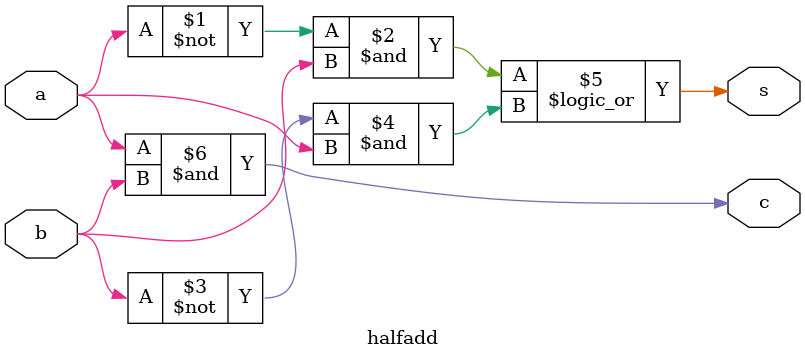
<source format=v>
module halfadd (a, b, s, c);
  input a, b;
  output s, c;
  assign s = ~a&b || ~b&a;
  assign c = a&b;
endmodule

</source>
